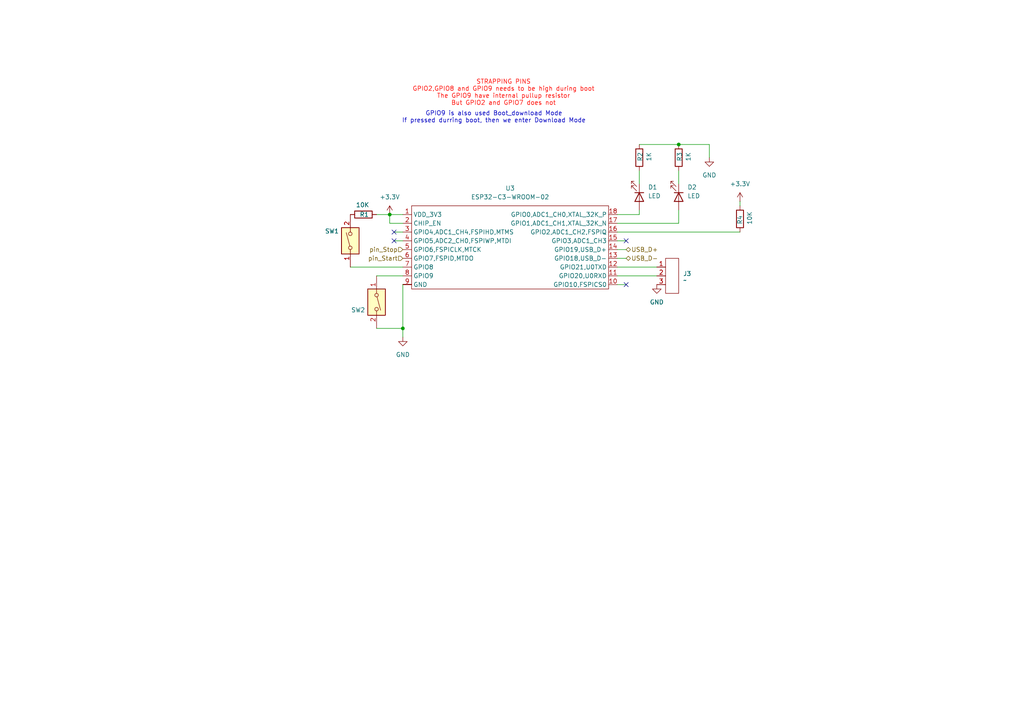
<source format=kicad_sch>
(kicad_sch (version 20250114) (generator "eeschema") (generator_version "9.0")
  (paper "A4")
  (lib_symbols
    (symbol "Device:LED" (pin_numbers (hide yes)) (pin_names (offset 1.016) (hide yes))
      (property "Reference" "D" (at 0 2.54 0))
      (property "Value" "LED" (at 0 -2.54 0))
      (symbol "LED_0_1"
        (polyline (pts (xy -3.048 -0.762) (xy -4.572 -2.286) (xy -3.81 -2.286) (xy -4.572 -2.286) (xy -4.572 -1.524)))
        (polyline (pts (xy -1.778 -0.762) (xy -3.302 -2.286) (xy -2.54 -2.286) (xy -3.302 -2.286) (xy -3.302 -1.524)))
        (polyline (pts (xy -1.27 0) (xy 1.27 0)))
        (polyline (pts (xy -1.27 -1.27) (xy -1.27 1.27)) (stroke (width 0.254)))
        (polyline (pts (xy 1.27 -1.27) (xy 1.27 1.27) (xy -1.27 0) (xy 1.27 -1.27)) (stroke (width 0.254)))
      )
      (symbol "LED_1_1"
        (pin passive line (at -3.81 0 0) (length 2.54) (name "K") (number "1"))
        (pin passive line (at 3.81 0 180) (length 2.54) (name "A") (number "2"))
      )
    )
    (symbol "Device:R" (pin_numbers (hide yes)) (pin_names (offset 0))
      (property "Reference" "R" (at 2.032 0 90))
      (property "Value" "R" (at 0 0 90))
      (symbol "R_0_1"
        (rectangle (start -1.016 -2.54) (end 1.016 2.54) (stroke (width 0.254)))
      )
      (symbol "R_1_1"
        (pin passive line (at 0 3.81 270) (length 1.27) (name "~") (number "1"))
        (pin passive line (at 0 -3.81 90) (length 1.27) (name "~") (number "2"))
      )
    )
    (symbol "Switch:SW_DIP_x01" (pin_names (offset 0) (hide yes))
      (property "Reference" "SW" (at 0 3.81 0))
      (property "Value" "SW_DIP_x01" (at 0 -3.81 0))
      (symbol "SW_DIP_x01_0_0"
        (circle (center -2.032 0) (radius 0.508))
        (polyline (pts (xy -1.524 0.127) (xy 2.3622 1.1684)))
        (circle (center 2.032 0) (radius 0.508))
      )
      (symbol "SW_DIP_x01_0_1"
        (rectangle (start -3.81 2.54) (end 3.81 -2.54) (stroke (width 0.254)) (fill (type background)))
      )
      (symbol "SW_DIP_x01_1_1"
        (pin passive line (at -7.62 0 0) (length 5.08) (name "~") (number "1"))
        (pin passive line (at 7.62 0 180) (length 5.08) (name "~") (number "2"))
      )
    )
    (symbol "WS_Connectors:3Pin_2.54mm"
      (property "Reference" "J" (at 0 0 0))
      (symbol "3Pin_2.54mm_0_0"
        (pin unspecified line (at 0 -2.54 0) (length 2.54) (name "") (number "1"))
        (pin unspecified line (at 0 -5.08 0) (length 2.54) (name "") (number "2"))
        (pin unspecified line (at 0 -7.62 0) (length 2.54) (name "") (number "3"))
      )
      (symbol "3Pin_2.54mm_0_1"
        (rectangle (start 2.54 0) (end 6.35 -10.16))
      )
    )
    (symbol "WS_Espressif:ESP32-C3-WROOM-02"
      (property "Reference" "U" (at 1.27 1.27 0))
      (property "Value" "ESP32-C3-WROOM-02" (at 20.32 1.27 0))
      (symbol "ESP32-C3-WROOM-02_0_1"
        (rectangle (start 0 0) (end 57.15 -24.13))
      )
      (symbol "ESP32-C3-WROOM-02_1_1"
        (pin input line (at -2.54 -2.54 0) (length 2.54) (name "VDD_3V3") (number "1"))
        (pin input line (at -2.54 -5.08 0) (length 2.54) (name "CHIP_EN") (number "2"))
        (pin input line (at -2.54 -7.62 0) (length 2.54) (name "GPIO4,ADC1_CH4,FSPIHD,MTMS") (number "3"))
        (pin input line (at -2.54 -10.16 0) (length 2.54) (name "GPIO5,ADC2_CH0,FSPIWP,MTDI") (number "4"))
        (pin input line (at -2.54 -12.7 0) (length 2.54) (name "GPIO6,FSPICLK,MTCK") (number "5"))
        (pin input line (at -2.54 -15.24 0) (length 2.54) (name "GPIO7,FSPID,MTDO") (number "6"))
        (pin input line (at -2.54 -17.78 0) (length 2.54) (name "GPIO8") (number "7"))
        (pin input line (at -2.54 -20.32 0) (length 2.54) (name "GPIO9") (number "8"))
        (pin input line (at -2.54 -22.86 0) (length 2.54) (name "") (number "19"))
        (pin input line (at -2.54 -22.86 0) (length 2.54) (name "") (number "20"))
        (pin input line (at -2.54 -22.86 0) (length 2.54) (name "") (number "21"))
        (pin input line (at -2.54 -22.86 0) (length 2.54) (name "") (number "22"))
        (pin input line (at -2.54 -22.86 0) (length 2.54) (name "") (number "23"))
        (pin input line (at -2.54 -22.86 0) (length 2.54) (name "") (number "24"))
        (pin input line (at -2.54 -22.86 0) (length 2.54) (name "") (number "25"))
        (pin input line (at -2.54 -22.86 0) (length 2.54) (name "") (number "26"))
        (pin input line (at -2.54 -22.86 0) (length 2.54) (name "") (number "27"))
        (pin input line (at -2.54 -22.86 0) (length 2.54) (name "GND") (number "9"))
        (pin input line (at 59.69 -2.54 180) (length 2.54) (name "GPIO0,ADC1_CH0,XTAL_32K_P") (number "18"))
        (pin input line (at 59.69 -5.08 180) (length 2.54) (name "GPIO1,ADC1_CH1,XTAL_32K_N") (number "17"))
        (pin input line (at 59.69 -7.62 180) (length 2.54) (name "GPIO2,ADC1_CH2,FSPIQ") (number "16"))
        (pin input line (at 59.69 -10.16 180) (length 2.54) (name "GPIO3,ADC1_CH3") (number "15"))
        (pin input line (at 59.69 -12.7 180) (length 2.54) (name "GPIO19,USB_D+") (number "14"))
        (pin input line (at 59.69 -15.24 180) (length 2.54) (name "GPIO18,USB_D-") (number "13"))
        (pin input line (at 59.69 -17.78 180) (length 2.54) (name "GPIO21,U0TXD") (number "12"))
        (pin input line (at 59.69 -20.32 180) (length 2.54) (name "GPIO20,U0RXD") (number "11"))
        (pin input line (at 59.69 -22.86 180) (length 2.54) (name "GPIO10,FSPICS0") (number "10"))
      )
    )
    (symbol "power:+3.3V" (power) (pin_numbers (hide yes)) (pin_names (offset 0) (hide yes))
      (property "Value" "+3.3V" (at 0 3.556 0))
      (symbol "+3.3V_0_1"
        (polyline (pts (xy -0.762 1.27) (xy 0 2.54)))
        (polyline (pts (xy 0 2.54) (xy 0.762 1.27)))
        (polyline (pts (xy 0 0) (xy 0 2.54)))
      )
      (symbol "+3.3V_1_1"
        (pin power_in line (at 0 0 90) (length 0) (name "~") (number "1"))
      )
    )
    (symbol "power:GND" (power) (pin_numbers (hide yes)) (pin_names (offset 0) (hide yes))
      (property "Value" "GND" (at 0 -3.81 0))
      (symbol "GND_0_1"
        (polyline (pts (xy 0 0) (xy 0 -1.27) (xy 1.27 -1.27) (xy 0 -2.54) (xy -1.27 -1.27) (xy 0 -1.27)))
      )
      (symbol "GND_1_1"
        (pin power_in line (at 0 0 270) (length 0) (name "~") (number "1"))
      )
    )
  )
  (text "GPIO9 is also used Boot_download Mode\nIf pressed durring boot, then we enter Download Mode" (at 143.256 34.036 0) (effects (font (size 1.27 1.27))))
  (text "STRAPPING PINS\nGPIO2,GPIO8 and GPIO9 needs to be high during boot\nThe GPIO9 have internal pullup resistor\nBut GPIO2 and GPIO7 does not" (exclude_from_sim yes) (at 146.05 26.924 0) (effects (font (size 1.27 1.27))))
  (junction (at 113.03 62.23))
  (junction (at 116.84 95.25))
  (junction (at 196.85 41.91))
  (no_connect (at 181.61 69.85))
  (no_connect (at 181.61 82.55))
  (no_connect (at 114.3 69.85))
  (no_connect (at 114.3 67.31))
  (wire (pts (xy 179.07 80.01) (xy 190.5 80.01)))
  (wire (pts (xy 116.84 82.55) (xy 116.84 95.25)))
  (wire (pts (xy 214.63 58.42) (xy 214.63 59.69)))
  (wire (pts (xy 116.84 95.25) (xy 116.84 97.79)))
  (wire (pts (xy 179.07 67.31) (xy 214.63 67.31)))
  (wire (pts (xy 109.22 95.25) (xy 116.84 95.25)))
  (wire (pts (xy 113.03 62.23) (xy 116.84 62.23)))
  (wire (pts (xy 196.85 64.77) (xy 196.85 60.96)))
  (wire (pts (xy 181.61 74.93) (xy 179.07 74.93)))
  (wire (pts (xy 116.84 77.47) (xy 101.6 77.47)))
  (wire (pts (xy 179.07 77.47) (xy 190.5 77.47)))
  (wire (pts (xy 179.07 64.77) (xy 196.85 64.77)))
  (wire (pts (xy 114.3 69.85) (xy 116.84 69.85)))
  (wire (pts (xy 179.07 62.23) (xy 185.42 62.23)))
  (wire (pts (xy 179.07 82.55) (xy 181.61 82.55)))
  (wire (pts (xy 109.22 62.23) (xy 113.03 62.23)))
  (wire (pts (xy 185.42 62.23) (xy 185.42 60.96)))
  (wire (pts (xy 196.85 41.91) (xy 205.74 41.91)))
  (wire (pts (xy 185.42 49.53) (xy 185.42 53.34)))
  (wire (pts (xy 109.22 80.01) (xy 116.84 80.01)))
  (wire (pts (xy 114.3 67.31) (xy 116.84 67.31)))
  (wire (pts (xy 116.84 64.77) (xy 113.03 64.77)))
  (wire (pts (xy 181.61 72.39) (xy 179.07 72.39)))
  (wire (pts (xy 113.03 64.77) (xy 113.03 62.23)))
  (wire (pts (xy 196.85 49.53) (xy 196.85 53.34)))
  (wire (pts (xy 185.42 41.91) (xy 196.85 41.91)))
  (wire (pts (xy 205.74 41.91) (xy 205.74 45.72)))
  (wire (pts (xy 179.07 69.85) (xy 181.61 69.85)))
  (hierarchical_label "pin_Stop" (shape input) (at 116.84 72.39 180))
  (hierarchical_label "pin_Start" (shape input) (at 116.84 74.93 180))
  (hierarchical_label "USB_D+" (shape bidirectional) (at 181.61 72.39 0))
  (hierarchical_label "USB_D-" (shape bidirectional) (at 181.61 74.93 0))
  (symbol (lib_id "Switch:SW_DIP_x01") (at 101.6 69.85 90) (unit 1)
    (property "Reference" "SW1" (at 94.234 67.056 90) (effects (justify right)))
    (property "Value" "SW_DIP_x01" (effects (hide yes)))
    (property "Footprint" "WS_Connectors:SIP-2_1_2.54" (effects (hide yes)))
    (property "Description" "1x DIP Switch, Single Pole Single Throw (SPST) switch, small symbol" (effects (hide yes)))
  )
  (symbol (lib_id "Device:LED") (at 185.42 57.15 270) (unit 1)
    (property "Reference" "D1" (at 187.96 54.2924 90) (effects (justify left)))
    (property "Value" "LED" (at 187.96 56.8324 90) (effects (justify left)))
    (property "Footprint" "Diode_SMD:D_0805_2012Metric_Pad1.15x1.40mm_HandSolder" (effects (hide yes)))
    (property "Description" "Light emitting diode" (effects (hide yes)))
    (property "Sim.Pins" "1=K 2=A" (effects (hide yes)))
  )
  (symbol (lib_id "WS_Connectors:3Pin_2.54mm") (at 190.5 74.93 0) (unit 1)
    (property "Reference" "J3" (at 198.12 79.3749 0) (effects (justify left)))
    (property "Value" "~" (at 198.12 81.28 0) (effects (justify left)))
    (property "Footprint" "WS_Connectors:SIP-3" (effects (hide yes)))
  )
  (symbol (lib_id "power:GND") (at 205.74 45.72 0) (unit 1)
    (property "Reference" "#PWR013" (effects (hide yes)))
    (property "Value" "GND" (at 205.74 50.8 0))
    (property "Description" "Power symbol creates a global label with name \"GND\" , ground" (effects (hide yes)))
  )
  (symbol (lib_id "WS_Espressif:ESP32-C3-WROOM-02") (at 119.38 59.69 0) (unit 1)
    (property "Reference" "U3" (at 147.955 54.61 0))
    (property "Value" "ESP32-C3-WROOM-02" (at 147.955 57.15 0))
    (property "Footprint" "WS_Espressif:ESP32-C3-WROOM-02" (effects (hide yes)))
  )
  (symbol (lib_id "power:GND") (at 190.5 82.55 0) (unit 1)
    (property "Reference" "#PWR012" (effects (hide yes)))
    (property "Value" "GND" (at 190.5 87.63 0))
    (property "Description" "Power symbol creates a global label with name \"GND\" , ground" (effects (hide yes)))
  )
  (symbol (lib_id "power:GND") (at 116.84 97.79 0) (unit 1)
    (property "Reference" "#PWR011" (effects (hide yes)))
    (property "Value" "GND" (at 116.84 102.87 0))
    (property "Description" "Power symbol creates a global label with name \"GND\" , ground" (effects (hide yes)))
  )
  (symbol (lib_id "Device:R") (at 185.42 45.72 180) (unit 1)
    (property "Reference" "R2" (at 185.674 45.466 90))
    (property "Value" "1K" (at 188.214 45.466 90))
    (property "Footprint" "Resistor_SMD:R_0603_1608Metric_Pad0.98x0.95mm_HandSolder" (effects (hide yes)))
    (property "Description" "Resistor" (effects (hide yes)))
  )
  (symbol (lib_id "Switch:SW_DIP_x01") (at 109.22 87.63 270) (unit 1)
    (property "Reference" "SW2" (at 105.918 89.916 90) (effects (justify right)))
    (property "Value" "SW_DIP_x01" (effects (hide yes)))
    (property "Footprint" "WS_Connectors:SIP-2_1_2.54" (effects (hide yes)))
    (property "Description" "1x DIP Switch, Single Pole Single Throw (SPST) switch, small symbol" (effects (hide yes)))
  )
  (symbol (lib_id "Device:R") (at 214.63 63.5 180) (unit 1)
    (property "Reference" "R4" (at 214.63 63.754 90))
    (property "Value" "10K" (at 217.424 63.246 90))
    (property "Footprint" "Resistor_SMD:R_0603_1608Metric_Pad0.98x0.95mm_HandSolder" (effects (hide yes)))
    (property "Description" "Resistor" (effects (hide yes)))
  )
  (symbol (lib_id "power:+3.3V") (at 214.63 58.42 0) (unit 1)
    (property "Reference" "#PWR014" (effects (hide yes)))
    (property "Value" "+3.3V" (at 214.63 53.34 0))
    (property "Description" "Power symbol creates a global label with name \"+3.3V\"" (effects (hide yes)))
  )
  (symbol (lib_id "Device:LED") (at 196.85 57.15 270) (unit 1)
    (property "Reference" "D2" (at 199.39 54.2924 90) (effects (justify left)))
    (property "Value" "LED" (at 199.39 56.8324 90) (effects (justify left)))
    (property "Footprint" "Diode_SMD:D_0805_2012Metric_Pad1.15x1.40mm_HandSolder" (effects (hide yes)))
    (property "Description" "Light emitting diode" (effects (hide yes)))
    (property "Sim.Pins" "1=K 2=A" (effects (hide yes)))
  )
  (symbol (lib_id "Device:R") (at 196.85 45.72 180) (unit 1)
    (property "Reference" "R3" (at 197.104 45.466 90))
    (property "Value" "1K" (at 199.644 45.466 90))
    (property "Footprint" "Resistor_SMD:R_0603_1608Metric_Pad0.98x0.95mm_HandSolder" (effects (hide yes)))
    (property "Description" "Resistor" (effects (hide yes)))
  )
  (symbol (lib_id "Device:R") (at 105.41 62.23 270) (unit 1)
    (property "Reference" "R1" (at 105.664 62.23 90))
    (property "Value" "10K" (at 105.156 59.436 90))
    (property "Footprint" "Resistor_SMD:R_0603_1608Metric_Pad0.98x0.95mm_HandSolder" (effects (hide yes)))
    (property "Description" "Resistor" (effects (hide yes)))
  )
  (symbol (lib_id "power:+3.3V") (at 113.03 62.23 0) (unit 1)
    (property "Reference" "#PWR010" (effects (hide yes)))
    (property "Value" "+3.3V" (at 113.03 57.15 0))
    (property "Description" "Power symbol creates a global label with name \"+3.3V\"" (effects (hide yes)))
  )
)
</source>
